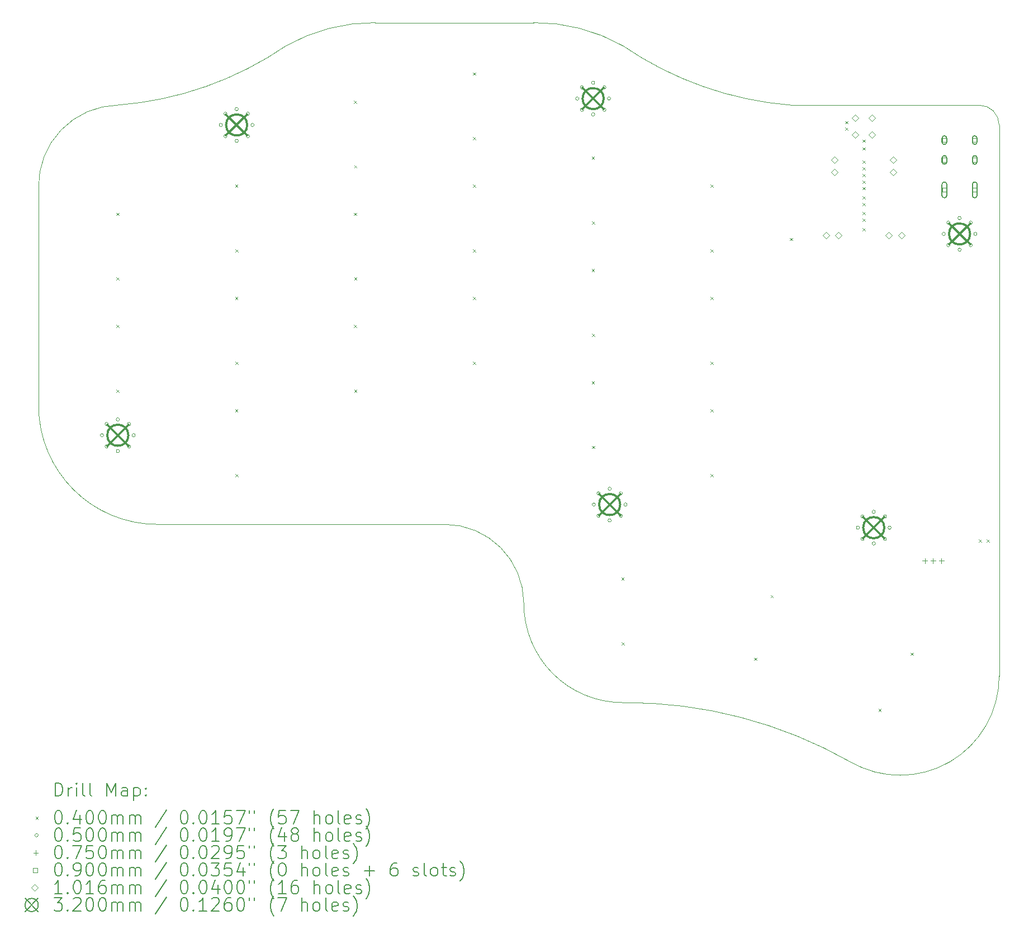
<source format=gbr>
%FSLAX45Y45*%
G04 Gerber Fmt 4.5, Leading zero omitted, Abs format (unit mm)*
G04 Created by KiCad (PCBNEW (6.0.5-0)) date 2023-02-07 22:56:01*
%MOMM*%
%LPD*%
G01*
G04 APERTURE LIST*
%TA.AperFunction,Profile*%
%ADD10C,0.100000*%
%TD*%
%ADD11C,0.200000*%
%ADD12C,0.040000*%
%ADD13C,0.050000*%
%ADD14C,0.075000*%
%ADD15C,0.090000*%
%ADD16C,0.101600*%
%ADD17C,0.320000*%
G04 APERTURE END LIST*
D10*
X7200002Y-4249998D02*
X9600002Y-4249998D01*
X3300002Y-5498957D02*
G75*
G03*
X5850002Y-4599998I-400047J5200944D01*
G01*
X7200002Y-4249998D02*
G75*
G03*
X5850002Y-4599998I-21892J-2694132D01*
G01*
X10950002Y-4599998D02*
G75*
G03*
X13500002Y-5499998I2954423J4308366D01*
G01*
X14400002Y-15449998D02*
G75*
G03*
X10950002Y-14549998I-3404422J-5987782D01*
G01*
X10950003Y-4599997D02*
G75*
G03*
X9600002Y-4249998I-1328113J-2344153D01*
G01*
X16650002Y-14149998D02*
X16650002Y-5799998D01*
X14400002Y-15449998D02*
G75*
G03*
X16650002Y-14149998I749444J1300001D01*
G01*
X3900002Y-11849998D02*
X8250002Y-11849998D01*
X9450002Y-13049998D02*
G75*
G03*
X10950002Y-14549998I1499998J-2D01*
G01*
X13500002Y-5499998D02*
X16350002Y-5499998D01*
X2100002Y-10049998D02*
G75*
G03*
X3900002Y-11849998I1800000J0D01*
G01*
X3300002Y-5498956D02*
G75*
G03*
X2100002Y-6749998I25521J-1225521D01*
G01*
X2100002Y-10049998D02*
X2100002Y-6749998D01*
X16650002Y-5799998D02*
G75*
G03*
X16350002Y-5499998I-300002J-2D01*
G01*
X9450002Y-13049998D02*
G75*
G03*
X8250002Y-11849998I-1200002J-2D01*
G01*
D11*
D12*
X3277500Y-7130000D02*
X3317500Y-7170000D01*
X3317500Y-7130000D02*
X3277500Y-7170000D01*
X3277500Y-8830000D02*
X3317500Y-8870000D01*
X3317500Y-8830000D02*
X3277500Y-8870000D01*
X3280000Y-8110000D02*
X3320000Y-8150000D01*
X3320000Y-8110000D02*
X3280000Y-8150000D01*
X3280000Y-9810000D02*
X3320000Y-9850000D01*
X3320000Y-9810000D02*
X3280000Y-9850000D01*
X5077500Y-6705000D02*
X5117500Y-6745000D01*
X5117500Y-6705000D02*
X5077500Y-6745000D01*
X5077500Y-8405000D02*
X5117500Y-8445000D01*
X5117500Y-8405000D02*
X5077500Y-8445000D01*
X5077500Y-10105000D02*
X5117500Y-10145000D01*
X5117500Y-10105000D02*
X5077500Y-10145000D01*
X5080000Y-7685000D02*
X5120000Y-7725000D01*
X5120000Y-7685000D02*
X5080000Y-7725000D01*
X5080000Y-9385000D02*
X5120000Y-9425000D01*
X5120000Y-9385000D02*
X5080000Y-9425000D01*
X5080000Y-11085000D02*
X5120000Y-11125000D01*
X5120000Y-11085000D02*
X5080000Y-11125000D01*
X6877500Y-5430000D02*
X6917500Y-5470000D01*
X6917500Y-5430000D02*
X6877500Y-5470000D01*
X6877500Y-7130000D02*
X6917500Y-7170000D01*
X6917500Y-7130000D02*
X6877500Y-7170000D01*
X6877500Y-8830000D02*
X6917500Y-8870000D01*
X6917500Y-8830000D02*
X6877500Y-8870000D01*
X6880000Y-6410000D02*
X6920000Y-6450000D01*
X6920000Y-6410000D02*
X6880000Y-6450000D01*
X6880000Y-8110000D02*
X6920000Y-8150000D01*
X6920000Y-8110000D02*
X6880000Y-8150000D01*
X6880000Y-9810000D02*
X6920000Y-9850000D01*
X6920000Y-9810000D02*
X6880000Y-9850000D01*
X8677500Y-5005000D02*
X8717500Y-5045000D01*
X8717500Y-5005000D02*
X8677500Y-5045000D01*
X8677500Y-6705000D02*
X8717500Y-6745000D01*
X8717500Y-6705000D02*
X8677500Y-6745000D01*
X8677500Y-8405000D02*
X8717500Y-8445000D01*
X8717500Y-8405000D02*
X8677500Y-8445000D01*
X8680000Y-5985000D02*
X8720000Y-6025000D01*
X8720000Y-5985000D02*
X8680000Y-6025000D01*
X8680000Y-7685000D02*
X8720000Y-7725000D01*
X8720000Y-7685000D02*
X8680000Y-7725000D01*
X8680000Y-9385000D02*
X8720000Y-9425000D01*
X8720000Y-9385000D02*
X8680000Y-9425000D01*
X10477500Y-6280000D02*
X10517500Y-6320000D01*
X10517500Y-6280000D02*
X10477500Y-6320000D01*
X10477500Y-7980000D02*
X10517500Y-8020000D01*
X10517500Y-7980000D02*
X10477500Y-8020000D01*
X10477500Y-9680000D02*
X10517500Y-9720000D01*
X10517500Y-9680000D02*
X10477500Y-9720000D01*
X10480000Y-7260000D02*
X10520000Y-7300000D01*
X10520000Y-7260000D02*
X10480000Y-7300000D01*
X10480000Y-8960000D02*
X10520000Y-9000000D01*
X10520000Y-8960000D02*
X10480000Y-9000000D01*
X10480000Y-10660000D02*
X10520000Y-10700000D01*
X10520000Y-10660000D02*
X10480000Y-10700000D01*
X10927500Y-12655000D02*
X10967500Y-12695000D01*
X10967500Y-12655000D02*
X10927500Y-12695000D01*
X10930000Y-13635000D02*
X10970000Y-13675000D01*
X10970000Y-13635000D02*
X10930000Y-13675000D01*
X12277500Y-6705000D02*
X12317500Y-6745000D01*
X12317500Y-6705000D02*
X12277500Y-6745000D01*
X12277500Y-8405000D02*
X12317500Y-8445000D01*
X12317500Y-8405000D02*
X12277500Y-8445000D01*
X12277500Y-10105000D02*
X12317500Y-10145000D01*
X12317500Y-10105000D02*
X12277500Y-10145000D01*
X12280000Y-7685000D02*
X12320000Y-7725000D01*
X12320000Y-7685000D02*
X12280000Y-7725000D01*
X12280000Y-9385000D02*
X12320000Y-9425000D01*
X12320000Y-9385000D02*
X12280000Y-9425000D01*
X12280000Y-11085000D02*
X12320000Y-11125000D01*
X12320000Y-11085000D02*
X12280000Y-11125000D01*
X12936161Y-13868094D02*
X12976161Y-13908094D01*
X12976161Y-13868094D02*
X12936161Y-13908094D01*
X13187389Y-12920840D02*
X13227389Y-12960840D01*
X13227389Y-12920840D02*
X13187389Y-12960840D01*
X13480000Y-7510000D02*
X13520000Y-7550000D01*
X13520000Y-7510000D02*
X13480000Y-7550000D01*
X14320000Y-5740000D02*
X14360000Y-5780000D01*
X14360000Y-5740000D02*
X14320000Y-5780000D01*
X14320000Y-5840000D02*
X14360000Y-5880000D01*
X14360000Y-5840000D02*
X14320000Y-5880000D01*
X14580000Y-6020000D02*
X14620000Y-6060000D01*
X14620000Y-6020000D02*
X14580000Y-6060000D01*
X14580000Y-6140000D02*
X14620000Y-6180000D01*
X14620000Y-6140000D02*
X14580000Y-6180000D01*
X14580000Y-6340000D02*
X14620000Y-6380000D01*
X14620000Y-6340000D02*
X14580000Y-6380000D01*
X14580000Y-6440000D02*
X14620000Y-6480000D01*
X14620000Y-6440000D02*
X14580000Y-6480000D01*
X14580000Y-6540000D02*
X14620000Y-6580000D01*
X14620000Y-6540000D02*
X14580000Y-6580000D01*
X14580000Y-6640000D02*
X14620000Y-6680000D01*
X14620000Y-6640000D02*
X14580000Y-6680000D01*
X14580000Y-6740000D02*
X14620000Y-6780000D01*
X14620000Y-6740000D02*
X14580000Y-6780000D01*
X14580000Y-6880000D02*
X14620000Y-6920000D01*
X14620000Y-6880000D02*
X14580000Y-6920000D01*
X14580000Y-6980000D02*
X14620000Y-7020000D01*
X14620000Y-6980000D02*
X14580000Y-7020000D01*
X14580000Y-7120000D02*
X14620000Y-7160000D01*
X14620000Y-7120000D02*
X14580000Y-7160000D01*
X14580000Y-7220000D02*
X14620000Y-7260000D01*
X14620000Y-7220000D02*
X14580000Y-7260000D01*
X14580000Y-7360000D02*
X14620000Y-7400000D01*
X14620000Y-7360000D02*
X14580000Y-7400000D01*
X14821458Y-14643481D02*
X14861458Y-14683481D01*
X14861458Y-14643481D02*
X14821458Y-14683481D01*
X15309293Y-13793526D02*
X15349293Y-13833526D01*
X15349293Y-13793526D02*
X15309293Y-13833526D01*
X16340000Y-12080000D02*
X16380000Y-12120000D01*
X16380000Y-12080000D02*
X16340000Y-12120000D01*
X16460000Y-12080000D02*
X16500000Y-12120000D01*
X16500000Y-12080000D02*
X16460000Y-12120000D01*
D13*
X3085000Y-10500000D02*
G75*
G03*
X3085000Y-10500000I-25000J0D01*
G01*
X3155294Y-10330294D02*
G75*
G03*
X3155294Y-10330294I-25000J0D01*
G01*
X3155294Y-10669706D02*
G75*
G03*
X3155294Y-10669706I-25000J0D01*
G01*
X3325000Y-10260000D02*
G75*
G03*
X3325000Y-10260000I-25000J0D01*
G01*
X3325000Y-10740000D02*
G75*
G03*
X3325000Y-10740000I-25000J0D01*
G01*
X3494706Y-10330294D02*
G75*
G03*
X3494706Y-10330294I-25000J0D01*
G01*
X3494706Y-10669706D02*
G75*
G03*
X3494706Y-10669706I-25000J0D01*
G01*
X3565000Y-10500000D02*
G75*
G03*
X3565000Y-10500000I-25000J0D01*
G01*
X4885000Y-5800000D02*
G75*
G03*
X4885000Y-5800000I-25000J0D01*
G01*
X4955294Y-5630294D02*
G75*
G03*
X4955294Y-5630294I-25000J0D01*
G01*
X4955294Y-5969706D02*
G75*
G03*
X4955294Y-5969706I-25000J0D01*
G01*
X5125000Y-5560000D02*
G75*
G03*
X5125000Y-5560000I-25000J0D01*
G01*
X5125000Y-6040000D02*
G75*
G03*
X5125000Y-6040000I-25000J0D01*
G01*
X5294706Y-5630294D02*
G75*
G03*
X5294706Y-5630294I-25000J0D01*
G01*
X5294706Y-5969706D02*
G75*
G03*
X5294706Y-5969706I-25000J0D01*
G01*
X5365000Y-5800000D02*
G75*
G03*
X5365000Y-5800000I-25000J0D01*
G01*
X10285000Y-5400000D02*
G75*
G03*
X10285000Y-5400000I-25000J0D01*
G01*
X10355294Y-5230294D02*
G75*
G03*
X10355294Y-5230294I-25000J0D01*
G01*
X10355294Y-5569706D02*
G75*
G03*
X10355294Y-5569706I-25000J0D01*
G01*
X10525000Y-5160000D02*
G75*
G03*
X10525000Y-5160000I-25000J0D01*
G01*
X10525000Y-5640000D02*
G75*
G03*
X10525000Y-5640000I-25000J0D01*
G01*
X10535000Y-11550000D02*
G75*
G03*
X10535000Y-11550000I-25000J0D01*
G01*
X10605294Y-11380294D02*
G75*
G03*
X10605294Y-11380294I-25000J0D01*
G01*
X10605294Y-11719706D02*
G75*
G03*
X10605294Y-11719706I-25000J0D01*
G01*
X10694706Y-5230294D02*
G75*
G03*
X10694706Y-5230294I-25000J0D01*
G01*
X10694706Y-5569706D02*
G75*
G03*
X10694706Y-5569706I-25000J0D01*
G01*
X10765000Y-5400000D02*
G75*
G03*
X10765000Y-5400000I-25000J0D01*
G01*
X10775000Y-11310000D02*
G75*
G03*
X10775000Y-11310000I-25000J0D01*
G01*
X10775000Y-11790000D02*
G75*
G03*
X10775000Y-11790000I-25000J0D01*
G01*
X10944706Y-11380294D02*
G75*
G03*
X10944706Y-11380294I-25000J0D01*
G01*
X10944706Y-11719706D02*
G75*
G03*
X10944706Y-11719706I-25000J0D01*
G01*
X11015000Y-11550000D02*
G75*
G03*
X11015000Y-11550000I-25000J0D01*
G01*
X14535000Y-11900000D02*
G75*
G03*
X14535000Y-11900000I-25000J0D01*
G01*
X14605294Y-11730294D02*
G75*
G03*
X14605294Y-11730294I-25000J0D01*
G01*
X14605294Y-12069706D02*
G75*
G03*
X14605294Y-12069706I-25000J0D01*
G01*
X14775000Y-11660000D02*
G75*
G03*
X14775000Y-11660000I-25000J0D01*
G01*
X14775000Y-12140000D02*
G75*
G03*
X14775000Y-12140000I-25000J0D01*
G01*
X14944706Y-11730294D02*
G75*
G03*
X14944706Y-11730294I-25000J0D01*
G01*
X14944706Y-12069706D02*
G75*
G03*
X14944706Y-12069706I-25000J0D01*
G01*
X15015000Y-11900000D02*
G75*
G03*
X15015000Y-11900000I-25000J0D01*
G01*
X15835000Y-7450000D02*
G75*
G03*
X15835000Y-7450000I-25000J0D01*
G01*
X15905294Y-7280294D02*
G75*
G03*
X15905294Y-7280294I-25000J0D01*
G01*
X15905294Y-7619706D02*
G75*
G03*
X15905294Y-7619706I-25000J0D01*
G01*
X16075000Y-7210000D02*
G75*
G03*
X16075000Y-7210000I-25000J0D01*
G01*
X16075000Y-7690000D02*
G75*
G03*
X16075000Y-7690000I-25000J0D01*
G01*
X16244706Y-7280294D02*
G75*
G03*
X16244706Y-7280294I-25000J0D01*
G01*
X16244706Y-7619706D02*
G75*
G03*
X16244706Y-7619706I-25000J0D01*
G01*
X16315000Y-7450000D02*
G75*
G03*
X16315000Y-7450000I-25000J0D01*
G01*
D14*
X15525000Y-12362500D02*
X15525000Y-12437500D01*
X15487500Y-12400000D02*
X15562500Y-12400000D01*
X15650000Y-12362500D02*
X15650000Y-12437500D01*
X15612500Y-12400000D02*
X15687500Y-12400000D01*
X15775000Y-12362500D02*
X15775000Y-12437500D01*
X15737500Y-12400000D02*
X15812500Y-12400000D01*
D15*
X15852320Y-6061070D02*
X15852320Y-5997430D01*
X15788680Y-5997430D01*
X15788680Y-6061070D01*
X15852320Y-6061070D01*
D11*
X15785500Y-5999250D02*
X15785500Y-6059250D01*
X15855500Y-5999250D02*
X15855500Y-6059250D01*
X15785500Y-6059250D02*
G75*
G03*
X15855500Y-6059250I35000J0D01*
G01*
X15855500Y-5999250D02*
G75*
G03*
X15785500Y-5999250I-35000J0D01*
G01*
D15*
X15852320Y-6361070D02*
X15852320Y-6297430D01*
X15788680Y-6297430D01*
X15788680Y-6361070D01*
X15852320Y-6361070D01*
D11*
X15785500Y-6299250D02*
X15785500Y-6359250D01*
X15855500Y-6299250D02*
X15855500Y-6359250D01*
X15785500Y-6359250D02*
G75*
G03*
X15855500Y-6359250I35000J0D01*
G01*
X15855500Y-6299250D02*
G75*
G03*
X15785500Y-6299250I-35000J0D01*
G01*
D15*
X15852320Y-6815070D02*
X15852320Y-6751430D01*
X15788680Y-6751430D01*
X15788680Y-6815070D01*
X15852320Y-6815070D01*
D11*
X15785500Y-6698250D02*
X15785500Y-6868250D01*
X15855500Y-6698250D02*
X15855500Y-6868250D01*
X15785500Y-6868250D02*
G75*
G03*
X15855500Y-6868250I35000J0D01*
G01*
X15855500Y-6698250D02*
G75*
G03*
X15785500Y-6698250I-35000J0D01*
G01*
D15*
X16312320Y-6061070D02*
X16312320Y-5997430D01*
X16248680Y-5997430D01*
X16248680Y-6061070D01*
X16312320Y-6061070D01*
D11*
X16245500Y-5999250D02*
X16245500Y-6059250D01*
X16315500Y-5999250D02*
X16315500Y-6059250D01*
X16245500Y-6059250D02*
G75*
G03*
X16315500Y-6059250I35000J0D01*
G01*
X16315500Y-5999250D02*
G75*
G03*
X16245500Y-5999250I-35000J0D01*
G01*
D15*
X16312320Y-6361070D02*
X16312320Y-6297430D01*
X16248680Y-6297430D01*
X16248680Y-6361070D01*
X16312320Y-6361070D01*
D11*
X16245500Y-6299250D02*
X16245500Y-6359250D01*
X16315500Y-6299250D02*
X16315500Y-6359250D01*
X16245500Y-6359250D02*
G75*
G03*
X16315500Y-6359250I35000J0D01*
G01*
X16315500Y-6299250D02*
G75*
G03*
X16245500Y-6299250I-35000J0D01*
G01*
D15*
X16312320Y-6815070D02*
X16312320Y-6751430D01*
X16248680Y-6751430D01*
X16248680Y-6815070D01*
X16312320Y-6815070D01*
D11*
X16245500Y-6698250D02*
X16245500Y-6868250D01*
X16315500Y-6698250D02*
X16315500Y-6868250D01*
X16245500Y-6868250D02*
G75*
G03*
X16315500Y-6868250I35000J0D01*
G01*
X16315500Y-6698250D02*
G75*
G03*
X16245500Y-6698250I-35000J0D01*
G01*
D16*
X14028500Y-7521600D02*
X14079300Y-7470800D01*
X14028500Y-7420000D01*
X13977700Y-7470800D01*
X14028500Y-7521600D01*
X14155500Y-6378600D02*
X14206300Y-6327800D01*
X14155500Y-6277000D01*
X14104700Y-6327800D01*
X14155500Y-6378600D01*
X14155500Y-6569100D02*
X14206300Y-6518300D01*
X14155500Y-6467500D01*
X14104700Y-6518300D01*
X14155500Y-6569100D01*
X14219000Y-7521600D02*
X14269800Y-7470800D01*
X14219000Y-7420000D01*
X14168200Y-7470800D01*
X14219000Y-7521600D01*
X14473000Y-5743600D02*
X14523800Y-5692800D01*
X14473000Y-5642000D01*
X14422200Y-5692800D01*
X14473000Y-5743600D01*
X14473000Y-5743600D02*
X14523800Y-5692800D01*
X14473000Y-5642000D01*
X14422200Y-5692800D01*
X14473000Y-5743600D01*
X14473000Y-5997600D02*
X14523800Y-5946800D01*
X14473000Y-5896000D01*
X14422200Y-5946800D01*
X14473000Y-5997600D01*
X14473000Y-5997600D02*
X14523800Y-5946800D01*
X14473000Y-5896000D01*
X14422200Y-5946800D01*
X14473000Y-5997600D01*
X14727000Y-5743600D02*
X14777800Y-5692800D01*
X14727000Y-5642000D01*
X14676200Y-5692800D01*
X14727000Y-5743600D01*
X14727000Y-5743600D02*
X14777800Y-5692800D01*
X14727000Y-5642000D01*
X14676200Y-5692800D01*
X14727000Y-5743600D01*
X14727000Y-5997600D02*
X14777800Y-5946800D01*
X14727000Y-5896000D01*
X14676200Y-5946800D01*
X14727000Y-5997600D01*
X14727000Y-5997600D02*
X14777800Y-5946800D01*
X14727000Y-5896000D01*
X14676200Y-5946800D01*
X14727000Y-5997600D01*
X14981000Y-7521600D02*
X15031800Y-7470800D01*
X14981000Y-7420000D01*
X14930200Y-7470800D01*
X14981000Y-7521600D01*
X15044500Y-6378600D02*
X15095300Y-6327800D01*
X15044500Y-6277000D01*
X14993700Y-6327800D01*
X15044500Y-6378600D01*
X15044500Y-6569100D02*
X15095300Y-6518300D01*
X15044500Y-6467500D01*
X14993700Y-6518300D01*
X15044500Y-6569100D01*
X15171500Y-7521600D02*
X15222300Y-7470800D01*
X15171500Y-7420000D01*
X15120700Y-7470800D01*
X15171500Y-7521600D01*
D17*
X3140000Y-10340000D02*
X3460000Y-10660000D01*
X3460000Y-10340000D02*
X3140000Y-10660000D01*
X3460000Y-10500000D02*
G75*
G03*
X3460000Y-10500000I-160000J0D01*
G01*
X4940000Y-5640000D02*
X5260000Y-5960000D01*
X5260000Y-5640000D02*
X4940000Y-5960000D01*
X5260000Y-5800000D02*
G75*
G03*
X5260000Y-5800000I-160000J0D01*
G01*
X10340000Y-5240000D02*
X10660000Y-5560000D01*
X10660000Y-5240000D02*
X10340000Y-5560000D01*
X10660000Y-5400000D02*
G75*
G03*
X10660000Y-5400000I-160000J0D01*
G01*
X10590000Y-11390000D02*
X10910000Y-11710000D01*
X10910000Y-11390000D02*
X10590000Y-11710000D01*
X10910000Y-11550000D02*
G75*
G03*
X10910000Y-11550000I-160000J0D01*
G01*
X14590000Y-11740000D02*
X14910000Y-12060000D01*
X14910000Y-11740000D02*
X14590000Y-12060000D01*
X14910000Y-11900000D02*
G75*
G03*
X14910000Y-11900000I-160000J0D01*
G01*
X14590000Y-11740000D02*
X14910000Y-12060000D01*
X14910000Y-11740000D02*
X14590000Y-12060000D01*
X14910000Y-11900000D02*
G75*
G03*
X14910000Y-11900000I-160000J0D01*
G01*
X15890000Y-7290000D02*
X16210000Y-7610000D01*
X16210000Y-7290000D02*
X15890000Y-7610000D01*
X16210000Y-7450000D02*
G75*
G03*
X16210000Y-7450000I-160000J0D01*
G01*
D11*
X2352356Y-15966029D02*
X2352356Y-15766029D01*
X2399975Y-15766029D01*
X2428546Y-15775553D01*
X2447594Y-15794601D01*
X2457117Y-15813648D01*
X2466641Y-15851744D01*
X2466641Y-15880315D01*
X2457117Y-15918410D01*
X2447594Y-15937458D01*
X2428546Y-15956505D01*
X2399975Y-15966029D01*
X2352356Y-15966029D01*
X2552356Y-15966029D02*
X2552356Y-15832696D01*
X2552356Y-15870791D02*
X2561879Y-15851744D01*
X2571403Y-15842220D01*
X2590451Y-15832696D01*
X2609498Y-15832696D01*
X2676165Y-15966029D02*
X2676165Y-15832696D01*
X2676165Y-15766029D02*
X2666641Y-15775553D01*
X2676165Y-15785077D01*
X2685689Y-15775553D01*
X2676165Y-15766029D01*
X2676165Y-15785077D01*
X2799974Y-15966029D02*
X2780927Y-15956505D01*
X2771403Y-15937458D01*
X2771403Y-15766029D01*
X2904736Y-15966029D02*
X2885689Y-15956505D01*
X2876165Y-15937458D01*
X2876165Y-15766029D01*
X3133308Y-15966029D02*
X3133308Y-15766029D01*
X3199974Y-15908886D01*
X3266641Y-15766029D01*
X3266641Y-15966029D01*
X3447594Y-15966029D02*
X3447594Y-15861267D01*
X3438070Y-15842220D01*
X3419022Y-15832696D01*
X3380927Y-15832696D01*
X3361879Y-15842220D01*
X3447594Y-15956505D02*
X3428546Y-15966029D01*
X3380927Y-15966029D01*
X3361879Y-15956505D01*
X3352355Y-15937458D01*
X3352355Y-15918410D01*
X3361879Y-15899363D01*
X3380927Y-15889839D01*
X3428546Y-15889839D01*
X3447594Y-15880315D01*
X3542832Y-15832696D02*
X3542832Y-16032696D01*
X3542832Y-15842220D02*
X3561879Y-15832696D01*
X3599974Y-15832696D01*
X3619022Y-15842220D01*
X3628546Y-15851744D01*
X3638070Y-15870791D01*
X3638070Y-15927934D01*
X3628546Y-15946982D01*
X3619022Y-15956505D01*
X3599974Y-15966029D01*
X3561879Y-15966029D01*
X3542832Y-15956505D01*
X3723784Y-15946982D02*
X3733308Y-15956505D01*
X3723784Y-15966029D01*
X3714260Y-15956505D01*
X3723784Y-15946982D01*
X3723784Y-15966029D01*
X3723784Y-15842220D02*
X3733308Y-15851744D01*
X3723784Y-15861267D01*
X3714260Y-15851744D01*
X3723784Y-15842220D01*
X3723784Y-15861267D01*
D12*
X2054736Y-16275553D02*
X2094736Y-16315553D01*
X2094736Y-16275553D02*
X2054736Y-16315553D01*
D11*
X2390451Y-16186029D02*
X2409498Y-16186029D01*
X2428546Y-16195553D01*
X2438070Y-16205077D01*
X2447594Y-16224125D01*
X2457117Y-16262220D01*
X2457117Y-16309839D01*
X2447594Y-16347934D01*
X2438070Y-16366982D01*
X2428546Y-16376505D01*
X2409498Y-16386029D01*
X2390451Y-16386029D01*
X2371403Y-16376505D01*
X2361879Y-16366982D01*
X2352356Y-16347934D01*
X2342832Y-16309839D01*
X2342832Y-16262220D01*
X2352356Y-16224125D01*
X2361879Y-16205077D01*
X2371403Y-16195553D01*
X2390451Y-16186029D01*
X2542832Y-16366982D02*
X2552356Y-16376505D01*
X2542832Y-16386029D01*
X2533308Y-16376505D01*
X2542832Y-16366982D01*
X2542832Y-16386029D01*
X2723784Y-16252696D02*
X2723784Y-16386029D01*
X2676165Y-16176505D02*
X2628546Y-16319363D01*
X2752356Y-16319363D01*
X2866641Y-16186029D02*
X2885689Y-16186029D01*
X2904736Y-16195553D01*
X2914260Y-16205077D01*
X2923784Y-16224125D01*
X2933308Y-16262220D01*
X2933308Y-16309839D01*
X2923784Y-16347934D01*
X2914260Y-16366982D01*
X2904736Y-16376505D01*
X2885689Y-16386029D01*
X2866641Y-16386029D01*
X2847594Y-16376505D01*
X2838070Y-16366982D01*
X2828546Y-16347934D01*
X2819022Y-16309839D01*
X2819022Y-16262220D01*
X2828546Y-16224125D01*
X2838070Y-16205077D01*
X2847594Y-16195553D01*
X2866641Y-16186029D01*
X3057117Y-16186029D02*
X3076165Y-16186029D01*
X3095213Y-16195553D01*
X3104736Y-16205077D01*
X3114260Y-16224125D01*
X3123784Y-16262220D01*
X3123784Y-16309839D01*
X3114260Y-16347934D01*
X3104736Y-16366982D01*
X3095213Y-16376505D01*
X3076165Y-16386029D01*
X3057117Y-16386029D01*
X3038070Y-16376505D01*
X3028546Y-16366982D01*
X3019022Y-16347934D01*
X3009498Y-16309839D01*
X3009498Y-16262220D01*
X3019022Y-16224125D01*
X3028546Y-16205077D01*
X3038070Y-16195553D01*
X3057117Y-16186029D01*
X3209498Y-16386029D02*
X3209498Y-16252696D01*
X3209498Y-16271744D02*
X3219022Y-16262220D01*
X3238070Y-16252696D01*
X3266641Y-16252696D01*
X3285689Y-16262220D01*
X3295213Y-16281267D01*
X3295213Y-16386029D01*
X3295213Y-16281267D02*
X3304736Y-16262220D01*
X3323784Y-16252696D01*
X3352355Y-16252696D01*
X3371403Y-16262220D01*
X3380927Y-16281267D01*
X3380927Y-16386029D01*
X3476165Y-16386029D02*
X3476165Y-16252696D01*
X3476165Y-16271744D02*
X3485689Y-16262220D01*
X3504736Y-16252696D01*
X3533308Y-16252696D01*
X3552355Y-16262220D01*
X3561879Y-16281267D01*
X3561879Y-16386029D01*
X3561879Y-16281267D02*
X3571403Y-16262220D01*
X3590451Y-16252696D01*
X3619022Y-16252696D01*
X3638070Y-16262220D01*
X3647594Y-16281267D01*
X3647594Y-16386029D01*
X4038070Y-16176505D02*
X3866641Y-16433648D01*
X4295213Y-16186029D02*
X4314260Y-16186029D01*
X4333308Y-16195553D01*
X4342832Y-16205077D01*
X4352356Y-16224125D01*
X4361879Y-16262220D01*
X4361879Y-16309839D01*
X4352356Y-16347934D01*
X4342832Y-16366982D01*
X4333308Y-16376505D01*
X4314260Y-16386029D01*
X4295213Y-16386029D01*
X4276165Y-16376505D01*
X4266641Y-16366982D01*
X4257117Y-16347934D01*
X4247594Y-16309839D01*
X4247594Y-16262220D01*
X4257117Y-16224125D01*
X4266641Y-16205077D01*
X4276165Y-16195553D01*
X4295213Y-16186029D01*
X4447594Y-16366982D02*
X4457117Y-16376505D01*
X4447594Y-16386029D01*
X4438070Y-16376505D01*
X4447594Y-16366982D01*
X4447594Y-16386029D01*
X4580927Y-16186029D02*
X4599975Y-16186029D01*
X4619022Y-16195553D01*
X4628546Y-16205077D01*
X4638070Y-16224125D01*
X4647594Y-16262220D01*
X4647594Y-16309839D01*
X4638070Y-16347934D01*
X4628546Y-16366982D01*
X4619022Y-16376505D01*
X4599975Y-16386029D01*
X4580927Y-16386029D01*
X4561879Y-16376505D01*
X4552356Y-16366982D01*
X4542832Y-16347934D01*
X4533308Y-16309839D01*
X4533308Y-16262220D01*
X4542832Y-16224125D01*
X4552356Y-16205077D01*
X4561879Y-16195553D01*
X4580927Y-16186029D01*
X4838070Y-16386029D02*
X4723784Y-16386029D01*
X4780927Y-16386029D02*
X4780927Y-16186029D01*
X4761879Y-16214601D01*
X4742832Y-16233648D01*
X4723784Y-16243172D01*
X5019022Y-16186029D02*
X4923784Y-16186029D01*
X4914260Y-16281267D01*
X4923784Y-16271744D01*
X4942832Y-16262220D01*
X4990451Y-16262220D01*
X5009498Y-16271744D01*
X5019022Y-16281267D01*
X5028546Y-16300315D01*
X5028546Y-16347934D01*
X5019022Y-16366982D01*
X5009498Y-16376505D01*
X4990451Y-16386029D01*
X4942832Y-16386029D01*
X4923784Y-16376505D01*
X4914260Y-16366982D01*
X5095213Y-16186029D02*
X5228546Y-16186029D01*
X5142832Y-16386029D01*
X5295213Y-16186029D02*
X5295213Y-16224125D01*
X5371403Y-16186029D02*
X5371403Y-16224125D01*
X5666641Y-16462220D02*
X5657117Y-16452696D01*
X5638070Y-16424125D01*
X5628546Y-16405077D01*
X5619022Y-16376505D01*
X5609498Y-16328886D01*
X5609498Y-16290791D01*
X5619022Y-16243172D01*
X5628546Y-16214601D01*
X5638070Y-16195553D01*
X5657117Y-16166982D01*
X5666641Y-16157458D01*
X5838070Y-16186029D02*
X5742832Y-16186029D01*
X5733308Y-16281267D01*
X5742832Y-16271744D01*
X5761879Y-16262220D01*
X5809498Y-16262220D01*
X5828546Y-16271744D01*
X5838070Y-16281267D01*
X5847594Y-16300315D01*
X5847594Y-16347934D01*
X5838070Y-16366982D01*
X5828546Y-16376505D01*
X5809498Y-16386029D01*
X5761879Y-16386029D01*
X5742832Y-16376505D01*
X5733308Y-16366982D01*
X5914260Y-16186029D02*
X6047594Y-16186029D01*
X5961879Y-16386029D01*
X6276165Y-16386029D02*
X6276165Y-16186029D01*
X6361879Y-16386029D02*
X6361879Y-16281267D01*
X6352355Y-16262220D01*
X6333308Y-16252696D01*
X6304736Y-16252696D01*
X6285689Y-16262220D01*
X6276165Y-16271744D01*
X6485689Y-16386029D02*
X6466641Y-16376505D01*
X6457117Y-16366982D01*
X6447594Y-16347934D01*
X6447594Y-16290791D01*
X6457117Y-16271744D01*
X6466641Y-16262220D01*
X6485689Y-16252696D01*
X6514260Y-16252696D01*
X6533308Y-16262220D01*
X6542832Y-16271744D01*
X6552355Y-16290791D01*
X6552355Y-16347934D01*
X6542832Y-16366982D01*
X6533308Y-16376505D01*
X6514260Y-16386029D01*
X6485689Y-16386029D01*
X6666641Y-16386029D02*
X6647594Y-16376505D01*
X6638070Y-16357458D01*
X6638070Y-16186029D01*
X6819022Y-16376505D02*
X6799974Y-16386029D01*
X6761879Y-16386029D01*
X6742832Y-16376505D01*
X6733308Y-16357458D01*
X6733308Y-16281267D01*
X6742832Y-16262220D01*
X6761879Y-16252696D01*
X6799974Y-16252696D01*
X6819022Y-16262220D01*
X6828546Y-16281267D01*
X6828546Y-16300315D01*
X6733308Y-16319363D01*
X6904736Y-16376505D02*
X6923784Y-16386029D01*
X6961879Y-16386029D01*
X6980927Y-16376505D01*
X6990451Y-16357458D01*
X6990451Y-16347934D01*
X6980927Y-16328886D01*
X6961879Y-16319363D01*
X6933308Y-16319363D01*
X6914260Y-16309839D01*
X6904736Y-16290791D01*
X6904736Y-16281267D01*
X6914260Y-16262220D01*
X6933308Y-16252696D01*
X6961879Y-16252696D01*
X6980927Y-16262220D01*
X7057117Y-16462220D02*
X7066641Y-16452696D01*
X7085689Y-16424125D01*
X7095213Y-16405077D01*
X7104736Y-16376505D01*
X7114260Y-16328886D01*
X7114260Y-16290791D01*
X7104736Y-16243172D01*
X7095213Y-16214601D01*
X7085689Y-16195553D01*
X7066641Y-16166982D01*
X7057117Y-16157458D01*
D13*
X2094736Y-16559553D02*
G75*
G03*
X2094736Y-16559553I-25000J0D01*
G01*
D11*
X2390451Y-16450029D02*
X2409498Y-16450029D01*
X2428546Y-16459553D01*
X2438070Y-16469077D01*
X2447594Y-16488125D01*
X2457117Y-16526220D01*
X2457117Y-16573839D01*
X2447594Y-16611934D01*
X2438070Y-16630982D01*
X2428546Y-16640505D01*
X2409498Y-16650029D01*
X2390451Y-16650029D01*
X2371403Y-16640505D01*
X2361879Y-16630982D01*
X2352356Y-16611934D01*
X2342832Y-16573839D01*
X2342832Y-16526220D01*
X2352356Y-16488125D01*
X2361879Y-16469077D01*
X2371403Y-16459553D01*
X2390451Y-16450029D01*
X2542832Y-16630982D02*
X2552356Y-16640505D01*
X2542832Y-16650029D01*
X2533308Y-16640505D01*
X2542832Y-16630982D01*
X2542832Y-16650029D01*
X2733308Y-16450029D02*
X2638070Y-16450029D01*
X2628546Y-16545267D01*
X2638070Y-16535744D01*
X2657117Y-16526220D01*
X2704737Y-16526220D01*
X2723784Y-16535744D01*
X2733308Y-16545267D01*
X2742832Y-16564315D01*
X2742832Y-16611934D01*
X2733308Y-16630982D01*
X2723784Y-16640505D01*
X2704737Y-16650029D01*
X2657117Y-16650029D01*
X2638070Y-16640505D01*
X2628546Y-16630982D01*
X2866641Y-16450029D02*
X2885689Y-16450029D01*
X2904736Y-16459553D01*
X2914260Y-16469077D01*
X2923784Y-16488125D01*
X2933308Y-16526220D01*
X2933308Y-16573839D01*
X2923784Y-16611934D01*
X2914260Y-16630982D01*
X2904736Y-16640505D01*
X2885689Y-16650029D01*
X2866641Y-16650029D01*
X2847594Y-16640505D01*
X2838070Y-16630982D01*
X2828546Y-16611934D01*
X2819022Y-16573839D01*
X2819022Y-16526220D01*
X2828546Y-16488125D01*
X2838070Y-16469077D01*
X2847594Y-16459553D01*
X2866641Y-16450029D01*
X3057117Y-16450029D02*
X3076165Y-16450029D01*
X3095213Y-16459553D01*
X3104736Y-16469077D01*
X3114260Y-16488125D01*
X3123784Y-16526220D01*
X3123784Y-16573839D01*
X3114260Y-16611934D01*
X3104736Y-16630982D01*
X3095213Y-16640505D01*
X3076165Y-16650029D01*
X3057117Y-16650029D01*
X3038070Y-16640505D01*
X3028546Y-16630982D01*
X3019022Y-16611934D01*
X3009498Y-16573839D01*
X3009498Y-16526220D01*
X3019022Y-16488125D01*
X3028546Y-16469077D01*
X3038070Y-16459553D01*
X3057117Y-16450029D01*
X3209498Y-16650029D02*
X3209498Y-16516696D01*
X3209498Y-16535744D02*
X3219022Y-16526220D01*
X3238070Y-16516696D01*
X3266641Y-16516696D01*
X3285689Y-16526220D01*
X3295213Y-16545267D01*
X3295213Y-16650029D01*
X3295213Y-16545267D02*
X3304736Y-16526220D01*
X3323784Y-16516696D01*
X3352355Y-16516696D01*
X3371403Y-16526220D01*
X3380927Y-16545267D01*
X3380927Y-16650029D01*
X3476165Y-16650029D02*
X3476165Y-16516696D01*
X3476165Y-16535744D02*
X3485689Y-16526220D01*
X3504736Y-16516696D01*
X3533308Y-16516696D01*
X3552355Y-16526220D01*
X3561879Y-16545267D01*
X3561879Y-16650029D01*
X3561879Y-16545267D02*
X3571403Y-16526220D01*
X3590451Y-16516696D01*
X3619022Y-16516696D01*
X3638070Y-16526220D01*
X3647594Y-16545267D01*
X3647594Y-16650029D01*
X4038070Y-16440505D02*
X3866641Y-16697648D01*
X4295213Y-16450029D02*
X4314260Y-16450029D01*
X4333308Y-16459553D01*
X4342832Y-16469077D01*
X4352356Y-16488125D01*
X4361879Y-16526220D01*
X4361879Y-16573839D01*
X4352356Y-16611934D01*
X4342832Y-16630982D01*
X4333308Y-16640505D01*
X4314260Y-16650029D01*
X4295213Y-16650029D01*
X4276165Y-16640505D01*
X4266641Y-16630982D01*
X4257117Y-16611934D01*
X4247594Y-16573839D01*
X4247594Y-16526220D01*
X4257117Y-16488125D01*
X4266641Y-16469077D01*
X4276165Y-16459553D01*
X4295213Y-16450029D01*
X4447594Y-16630982D02*
X4457117Y-16640505D01*
X4447594Y-16650029D01*
X4438070Y-16640505D01*
X4447594Y-16630982D01*
X4447594Y-16650029D01*
X4580927Y-16450029D02*
X4599975Y-16450029D01*
X4619022Y-16459553D01*
X4628546Y-16469077D01*
X4638070Y-16488125D01*
X4647594Y-16526220D01*
X4647594Y-16573839D01*
X4638070Y-16611934D01*
X4628546Y-16630982D01*
X4619022Y-16640505D01*
X4599975Y-16650029D01*
X4580927Y-16650029D01*
X4561879Y-16640505D01*
X4552356Y-16630982D01*
X4542832Y-16611934D01*
X4533308Y-16573839D01*
X4533308Y-16526220D01*
X4542832Y-16488125D01*
X4552356Y-16469077D01*
X4561879Y-16459553D01*
X4580927Y-16450029D01*
X4838070Y-16650029D02*
X4723784Y-16650029D01*
X4780927Y-16650029D02*
X4780927Y-16450029D01*
X4761879Y-16478601D01*
X4742832Y-16497648D01*
X4723784Y-16507172D01*
X4933308Y-16650029D02*
X4971403Y-16650029D01*
X4990451Y-16640505D01*
X4999975Y-16630982D01*
X5019022Y-16602410D01*
X5028546Y-16564315D01*
X5028546Y-16488125D01*
X5019022Y-16469077D01*
X5009498Y-16459553D01*
X4990451Y-16450029D01*
X4952356Y-16450029D01*
X4933308Y-16459553D01*
X4923784Y-16469077D01*
X4914260Y-16488125D01*
X4914260Y-16535744D01*
X4923784Y-16554791D01*
X4933308Y-16564315D01*
X4952356Y-16573839D01*
X4990451Y-16573839D01*
X5009498Y-16564315D01*
X5019022Y-16554791D01*
X5028546Y-16535744D01*
X5095213Y-16450029D02*
X5228546Y-16450029D01*
X5142832Y-16650029D01*
X5295213Y-16450029D02*
X5295213Y-16488125D01*
X5371403Y-16450029D02*
X5371403Y-16488125D01*
X5666641Y-16726220D02*
X5657117Y-16716696D01*
X5638070Y-16688125D01*
X5628546Y-16669077D01*
X5619022Y-16640505D01*
X5609498Y-16592886D01*
X5609498Y-16554791D01*
X5619022Y-16507172D01*
X5628546Y-16478601D01*
X5638070Y-16459553D01*
X5657117Y-16430982D01*
X5666641Y-16421458D01*
X5828546Y-16516696D02*
X5828546Y-16650029D01*
X5780927Y-16440505D02*
X5733308Y-16583363D01*
X5857117Y-16583363D01*
X5961879Y-16535744D02*
X5942832Y-16526220D01*
X5933308Y-16516696D01*
X5923784Y-16497648D01*
X5923784Y-16488125D01*
X5933308Y-16469077D01*
X5942832Y-16459553D01*
X5961879Y-16450029D01*
X5999974Y-16450029D01*
X6019022Y-16459553D01*
X6028546Y-16469077D01*
X6038070Y-16488125D01*
X6038070Y-16497648D01*
X6028546Y-16516696D01*
X6019022Y-16526220D01*
X5999974Y-16535744D01*
X5961879Y-16535744D01*
X5942832Y-16545267D01*
X5933308Y-16554791D01*
X5923784Y-16573839D01*
X5923784Y-16611934D01*
X5933308Y-16630982D01*
X5942832Y-16640505D01*
X5961879Y-16650029D01*
X5999974Y-16650029D01*
X6019022Y-16640505D01*
X6028546Y-16630982D01*
X6038070Y-16611934D01*
X6038070Y-16573839D01*
X6028546Y-16554791D01*
X6019022Y-16545267D01*
X5999974Y-16535744D01*
X6276165Y-16650029D02*
X6276165Y-16450029D01*
X6361879Y-16650029D02*
X6361879Y-16545267D01*
X6352355Y-16526220D01*
X6333308Y-16516696D01*
X6304736Y-16516696D01*
X6285689Y-16526220D01*
X6276165Y-16535744D01*
X6485689Y-16650029D02*
X6466641Y-16640505D01*
X6457117Y-16630982D01*
X6447594Y-16611934D01*
X6447594Y-16554791D01*
X6457117Y-16535744D01*
X6466641Y-16526220D01*
X6485689Y-16516696D01*
X6514260Y-16516696D01*
X6533308Y-16526220D01*
X6542832Y-16535744D01*
X6552355Y-16554791D01*
X6552355Y-16611934D01*
X6542832Y-16630982D01*
X6533308Y-16640505D01*
X6514260Y-16650029D01*
X6485689Y-16650029D01*
X6666641Y-16650029D02*
X6647594Y-16640505D01*
X6638070Y-16621458D01*
X6638070Y-16450029D01*
X6819022Y-16640505D02*
X6799974Y-16650029D01*
X6761879Y-16650029D01*
X6742832Y-16640505D01*
X6733308Y-16621458D01*
X6733308Y-16545267D01*
X6742832Y-16526220D01*
X6761879Y-16516696D01*
X6799974Y-16516696D01*
X6819022Y-16526220D01*
X6828546Y-16545267D01*
X6828546Y-16564315D01*
X6733308Y-16583363D01*
X6904736Y-16640505D02*
X6923784Y-16650029D01*
X6961879Y-16650029D01*
X6980927Y-16640505D01*
X6990451Y-16621458D01*
X6990451Y-16611934D01*
X6980927Y-16592886D01*
X6961879Y-16583363D01*
X6933308Y-16583363D01*
X6914260Y-16573839D01*
X6904736Y-16554791D01*
X6904736Y-16545267D01*
X6914260Y-16526220D01*
X6933308Y-16516696D01*
X6961879Y-16516696D01*
X6980927Y-16526220D01*
X7057117Y-16726220D02*
X7066641Y-16716696D01*
X7085689Y-16688125D01*
X7095213Y-16669077D01*
X7104736Y-16640505D01*
X7114260Y-16592886D01*
X7114260Y-16554791D01*
X7104736Y-16507172D01*
X7095213Y-16478601D01*
X7085689Y-16459553D01*
X7066641Y-16430982D01*
X7057117Y-16421458D01*
D14*
X2057236Y-16786053D02*
X2057236Y-16861053D01*
X2019736Y-16823553D02*
X2094736Y-16823553D01*
D11*
X2390451Y-16714029D02*
X2409498Y-16714029D01*
X2428546Y-16723553D01*
X2438070Y-16733077D01*
X2447594Y-16752125D01*
X2457117Y-16790220D01*
X2457117Y-16837839D01*
X2447594Y-16875934D01*
X2438070Y-16894982D01*
X2428546Y-16904506D01*
X2409498Y-16914029D01*
X2390451Y-16914029D01*
X2371403Y-16904506D01*
X2361879Y-16894982D01*
X2352356Y-16875934D01*
X2342832Y-16837839D01*
X2342832Y-16790220D01*
X2352356Y-16752125D01*
X2361879Y-16733077D01*
X2371403Y-16723553D01*
X2390451Y-16714029D01*
X2542832Y-16894982D02*
X2552356Y-16904506D01*
X2542832Y-16914029D01*
X2533308Y-16904506D01*
X2542832Y-16894982D01*
X2542832Y-16914029D01*
X2619022Y-16714029D02*
X2752356Y-16714029D01*
X2666641Y-16914029D01*
X2923784Y-16714029D02*
X2828546Y-16714029D01*
X2819022Y-16809267D01*
X2828546Y-16799744D01*
X2847594Y-16790220D01*
X2895213Y-16790220D01*
X2914260Y-16799744D01*
X2923784Y-16809267D01*
X2933308Y-16828315D01*
X2933308Y-16875934D01*
X2923784Y-16894982D01*
X2914260Y-16904506D01*
X2895213Y-16914029D01*
X2847594Y-16914029D01*
X2828546Y-16904506D01*
X2819022Y-16894982D01*
X3057117Y-16714029D02*
X3076165Y-16714029D01*
X3095213Y-16723553D01*
X3104736Y-16733077D01*
X3114260Y-16752125D01*
X3123784Y-16790220D01*
X3123784Y-16837839D01*
X3114260Y-16875934D01*
X3104736Y-16894982D01*
X3095213Y-16904506D01*
X3076165Y-16914029D01*
X3057117Y-16914029D01*
X3038070Y-16904506D01*
X3028546Y-16894982D01*
X3019022Y-16875934D01*
X3009498Y-16837839D01*
X3009498Y-16790220D01*
X3019022Y-16752125D01*
X3028546Y-16733077D01*
X3038070Y-16723553D01*
X3057117Y-16714029D01*
X3209498Y-16914029D02*
X3209498Y-16780696D01*
X3209498Y-16799744D02*
X3219022Y-16790220D01*
X3238070Y-16780696D01*
X3266641Y-16780696D01*
X3285689Y-16790220D01*
X3295213Y-16809267D01*
X3295213Y-16914029D01*
X3295213Y-16809267D02*
X3304736Y-16790220D01*
X3323784Y-16780696D01*
X3352355Y-16780696D01*
X3371403Y-16790220D01*
X3380927Y-16809267D01*
X3380927Y-16914029D01*
X3476165Y-16914029D02*
X3476165Y-16780696D01*
X3476165Y-16799744D02*
X3485689Y-16790220D01*
X3504736Y-16780696D01*
X3533308Y-16780696D01*
X3552355Y-16790220D01*
X3561879Y-16809267D01*
X3561879Y-16914029D01*
X3561879Y-16809267D02*
X3571403Y-16790220D01*
X3590451Y-16780696D01*
X3619022Y-16780696D01*
X3638070Y-16790220D01*
X3647594Y-16809267D01*
X3647594Y-16914029D01*
X4038070Y-16704505D02*
X3866641Y-16961648D01*
X4295213Y-16714029D02*
X4314260Y-16714029D01*
X4333308Y-16723553D01*
X4342832Y-16733077D01*
X4352356Y-16752125D01*
X4361879Y-16790220D01*
X4361879Y-16837839D01*
X4352356Y-16875934D01*
X4342832Y-16894982D01*
X4333308Y-16904506D01*
X4314260Y-16914029D01*
X4295213Y-16914029D01*
X4276165Y-16904506D01*
X4266641Y-16894982D01*
X4257117Y-16875934D01*
X4247594Y-16837839D01*
X4247594Y-16790220D01*
X4257117Y-16752125D01*
X4266641Y-16733077D01*
X4276165Y-16723553D01*
X4295213Y-16714029D01*
X4447594Y-16894982D02*
X4457117Y-16904506D01*
X4447594Y-16914029D01*
X4438070Y-16904506D01*
X4447594Y-16894982D01*
X4447594Y-16914029D01*
X4580927Y-16714029D02*
X4599975Y-16714029D01*
X4619022Y-16723553D01*
X4628546Y-16733077D01*
X4638070Y-16752125D01*
X4647594Y-16790220D01*
X4647594Y-16837839D01*
X4638070Y-16875934D01*
X4628546Y-16894982D01*
X4619022Y-16904506D01*
X4599975Y-16914029D01*
X4580927Y-16914029D01*
X4561879Y-16904506D01*
X4552356Y-16894982D01*
X4542832Y-16875934D01*
X4533308Y-16837839D01*
X4533308Y-16790220D01*
X4542832Y-16752125D01*
X4552356Y-16733077D01*
X4561879Y-16723553D01*
X4580927Y-16714029D01*
X4723784Y-16733077D02*
X4733308Y-16723553D01*
X4752356Y-16714029D01*
X4799975Y-16714029D01*
X4819022Y-16723553D01*
X4828546Y-16733077D01*
X4838070Y-16752125D01*
X4838070Y-16771172D01*
X4828546Y-16799744D01*
X4714260Y-16914029D01*
X4838070Y-16914029D01*
X4933308Y-16914029D02*
X4971403Y-16914029D01*
X4990451Y-16904506D01*
X4999975Y-16894982D01*
X5019022Y-16866410D01*
X5028546Y-16828315D01*
X5028546Y-16752125D01*
X5019022Y-16733077D01*
X5009498Y-16723553D01*
X4990451Y-16714029D01*
X4952356Y-16714029D01*
X4933308Y-16723553D01*
X4923784Y-16733077D01*
X4914260Y-16752125D01*
X4914260Y-16799744D01*
X4923784Y-16818791D01*
X4933308Y-16828315D01*
X4952356Y-16837839D01*
X4990451Y-16837839D01*
X5009498Y-16828315D01*
X5019022Y-16818791D01*
X5028546Y-16799744D01*
X5209498Y-16714029D02*
X5114260Y-16714029D01*
X5104736Y-16809267D01*
X5114260Y-16799744D01*
X5133308Y-16790220D01*
X5180927Y-16790220D01*
X5199975Y-16799744D01*
X5209498Y-16809267D01*
X5219022Y-16828315D01*
X5219022Y-16875934D01*
X5209498Y-16894982D01*
X5199975Y-16904506D01*
X5180927Y-16914029D01*
X5133308Y-16914029D01*
X5114260Y-16904506D01*
X5104736Y-16894982D01*
X5295213Y-16714029D02*
X5295213Y-16752125D01*
X5371403Y-16714029D02*
X5371403Y-16752125D01*
X5666641Y-16990220D02*
X5657117Y-16980696D01*
X5638070Y-16952125D01*
X5628546Y-16933077D01*
X5619022Y-16904506D01*
X5609498Y-16856887D01*
X5609498Y-16818791D01*
X5619022Y-16771172D01*
X5628546Y-16742601D01*
X5638070Y-16723553D01*
X5657117Y-16694982D01*
X5666641Y-16685458D01*
X5723784Y-16714029D02*
X5847594Y-16714029D01*
X5780927Y-16790220D01*
X5809498Y-16790220D01*
X5828546Y-16799744D01*
X5838070Y-16809267D01*
X5847594Y-16828315D01*
X5847594Y-16875934D01*
X5838070Y-16894982D01*
X5828546Y-16904506D01*
X5809498Y-16914029D01*
X5752355Y-16914029D01*
X5733308Y-16904506D01*
X5723784Y-16894982D01*
X6085689Y-16914029D02*
X6085689Y-16714029D01*
X6171403Y-16914029D02*
X6171403Y-16809267D01*
X6161879Y-16790220D01*
X6142832Y-16780696D01*
X6114260Y-16780696D01*
X6095213Y-16790220D01*
X6085689Y-16799744D01*
X6295213Y-16914029D02*
X6276165Y-16904506D01*
X6266641Y-16894982D01*
X6257117Y-16875934D01*
X6257117Y-16818791D01*
X6266641Y-16799744D01*
X6276165Y-16790220D01*
X6295213Y-16780696D01*
X6323784Y-16780696D01*
X6342832Y-16790220D01*
X6352355Y-16799744D01*
X6361879Y-16818791D01*
X6361879Y-16875934D01*
X6352355Y-16894982D01*
X6342832Y-16904506D01*
X6323784Y-16914029D01*
X6295213Y-16914029D01*
X6476165Y-16914029D02*
X6457117Y-16904506D01*
X6447594Y-16885458D01*
X6447594Y-16714029D01*
X6628546Y-16904506D02*
X6609498Y-16914029D01*
X6571403Y-16914029D01*
X6552355Y-16904506D01*
X6542832Y-16885458D01*
X6542832Y-16809267D01*
X6552355Y-16790220D01*
X6571403Y-16780696D01*
X6609498Y-16780696D01*
X6628546Y-16790220D01*
X6638070Y-16809267D01*
X6638070Y-16828315D01*
X6542832Y-16847363D01*
X6714260Y-16904506D02*
X6733308Y-16914029D01*
X6771403Y-16914029D01*
X6790451Y-16904506D01*
X6799974Y-16885458D01*
X6799974Y-16875934D01*
X6790451Y-16856887D01*
X6771403Y-16847363D01*
X6742832Y-16847363D01*
X6723784Y-16837839D01*
X6714260Y-16818791D01*
X6714260Y-16809267D01*
X6723784Y-16790220D01*
X6742832Y-16780696D01*
X6771403Y-16780696D01*
X6790451Y-16790220D01*
X6866641Y-16990220D02*
X6876165Y-16980696D01*
X6895213Y-16952125D01*
X6904736Y-16933077D01*
X6914260Y-16904506D01*
X6923784Y-16856887D01*
X6923784Y-16818791D01*
X6914260Y-16771172D01*
X6904736Y-16742601D01*
X6895213Y-16723553D01*
X6876165Y-16694982D01*
X6866641Y-16685458D01*
D15*
X2081557Y-17119373D02*
X2081557Y-17055733D01*
X2017916Y-17055733D01*
X2017916Y-17119373D01*
X2081557Y-17119373D01*
D11*
X2390451Y-16978029D02*
X2409498Y-16978029D01*
X2428546Y-16987553D01*
X2438070Y-16997077D01*
X2447594Y-17016125D01*
X2457117Y-17054220D01*
X2457117Y-17101839D01*
X2447594Y-17139934D01*
X2438070Y-17158982D01*
X2428546Y-17168506D01*
X2409498Y-17178029D01*
X2390451Y-17178029D01*
X2371403Y-17168506D01*
X2361879Y-17158982D01*
X2352356Y-17139934D01*
X2342832Y-17101839D01*
X2342832Y-17054220D01*
X2352356Y-17016125D01*
X2361879Y-16997077D01*
X2371403Y-16987553D01*
X2390451Y-16978029D01*
X2542832Y-17158982D02*
X2552356Y-17168506D01*
X2542832Y-17178029D01*
X2533308Y-17168506D01*
X2542832Y-17158982D01*
X2542832Y-17178029D01*
X2647594Y-17178029D02*
X2685689Y-17178029D01*
X2704737Y-17168506D01*
X2714260Y-17158982D01*
X2733308Y-17130410D01*
X2742832Y-17092315D01*
X2742832Y-17016125D01*
X2733308Y-16997077D01*
X2723784Y-16987553D01*
X2704737Y-16978029D01*
X2666641Y-16978029D01*
X2647594Y-16987553D01*
X2638070Y-16997077D01*
X2628546Y-17016125D01*
X2628546Y-17063744D01*
X2638070Y-17082791D01*
X2647594Y-17092315D01*
X2666641Y-17101839D01*
X2704737Y-17101839D01*
X2723784Y-17092315D01*
X2733308Y-17082791D01*
X2742832Y-17063744D01*
X2866641Y-16978029D02*
X2885689Y-16978029D01*
X2904736Y-16987553D01*
X2914260Y-16997077D01*
X2923784Y-17016125D01*
X2933308Y-17054220D01*
X2933308Y-17101839D01*
X2923784Y-17139934D01*
X2914260Y-17158982D01*
X2904736Y-17168506D01*
X2885689Y-17178029D01*
X2866641Y-17178029D01*
X2847594Y-17168506D01*
X2838070Y-17158982D01*
X2828546Y-17139934D01*
X2819022Y-17101839D01*
X2819022Y-17054220D01*
X2828546Y-17016125D01*
X2838070Y-16997077D01*
X2847594Y-16987553D01*
X2866641Y-16978029D01*
X3057117Y-16978029D02*
X3076165Y-16978029D01*
X3095213Y-16987553D01*
X3104736Y-16997077D01*
X3114260Y-17016125D01*
X3123784Y-17054220D01*
X3123784Y-17101839D01*
X3114260Y-17139934D01*
X3104736Y-17158982D01*
X3095213Y-17168506D01*
X3076165Y-17178029D01*
X3057117Y-17178029D01*
X3038070Y-17168506D01*
X3028546Y-17158982D01*
X3019022Y-17139934D01*
X3009498Y-17101839D01*
X3009498Y-17054220D01*
X3019022Y-17016125D01*
X3028546Y-16997077D01*
X3038070Y-16987553D01*
X3057117Y-16978029D01*
X3209498Y-17178029D02*
X3209498Y-17044696D01*
X3209498Y-17063744D02*
X3219022Y-17054220D01*
X3238070Y-17044696D01*
X3266641Y-17044696D01*
X3285689Y-17054220D01*
X3295213Y-17073267D01*
X3295213Y-17178029D01*
X3295213Y-17073267D02*
X3304736Y-17054220D01*
X3323784Y-17044696D01*
X3352355Y-17044696D01*
X3371403Y-17054220D01*
X3380927Y-17073267D01*
X3380927Y-17178029D01*
X3476165Y-17178029D02*
X3476165Y-17044696D01*
X3476165Y-17063744D02*
X3485689Y-17054220D01*
X3504736Y-17044696D01*
X3533308Y-17044696D01*
X3552355Y-17054220D01*
X3561879Y-17073267D01*
X3561879Y-17178029D01*
X3561879Y-17073267D02*
X3571403Y-17054220D01*
X3590451Y-17044696D01*
X3619022Y-17044696D01*
X3638070Y-17054220D01*
X3647594Y-17073267D01*
X3647594Y-17178029D01*
X4038070Y-16968506D02*
X3866641Y-17225648D01*
X4295213Y-16978029D02*
X4314260Y-16978029D01*
X4333308Y-16987553D01*
X4342832Y-16997077D01*
X4352356Y-17016125D01*
X4361879Y-17054220D01*
X4361879Y-17101839D01*
X4352356Y-17139934D01*
X4342832Y-17158982D01*
X4333308Y-17168506D01*
X4314260Y-17178029D01*
X4295213Y-17178029D01*
X4276165Y-17168506D01*
X4266641Y-17158982D01*
X4257117Y-17139934D01*
X4247594Y-17101839D01*
X4247594Y-17054220D01*
X4257117Y-17016125D01*
X4266641Y-16997077D01*
X4276165Y-16987553D01*
X4295213Y-16978029D01*
X4447594Y-17158982D02*
X4457117Y-17168506D01*
X4447594Y-17178029D01*
X4438070Y-17168506D01*
X4447594Y-17158982D01*
X4447594Y-17178029D01*
X4580927Y-16978029D02*
X4599975Y-16978029D01*
X4619022Y-16987553D01*
X4628546Y-16997077D01*
X4638070Y-17016125D01*
X4647594Y-17054220D01*
X4647594Y-17101839D01*
X4638070Y-17139934D01*
X4628546Y-17158982D01*
X4619022Y-17168506D01*
X4599975Y-17178029D01*
X4580927Y-17178029D01*
X4561879Y-17168506D01*
X4552356Y-17158982D01*
X4542832Y-17139934D01*
X4533308Y-17101839D01*
X4533308Y-17054220D01*
X4542832Y-17016125D01*
X4552356Y-16997077D01*
X4561879Y-16987553D01*
X4580927Y-16978029D01*
X4714260Y-16978029D02*
X4838070Y-16978029D01*
X4771403Y-17054220D01*
X4799975Y-17054220D01*
X4819022Y-17063744D01*
X4828546Y-17073267D01*
X4838070Y-17092315D01*
X4838070Y-17139934D01*
X4828546Y-17158982D01*
X4819022Y-17168506D01*
X4799975Y-17178029D01*
X4742832Y-17178029D01*
X4723784Y-17168506D01*
X4714260Y-17158982D01*
X5019022Y-16978029D02*
X4923784Y-16978029D01*
X4914260Y-17073267D01*
X4923784Y-17063744D01*
X4942832Y-17054220D01*
X4990451Y-17054220D01*
X5009498Y-17063744D01*
X5019022Y-17073267D01*
X5028546Y-17092315D01*
X5028546Y-17139934D01*
X5019022Y-17158982D01*
X5009498Y-17168506D01*
X4990451Y-17178029D01*
X4942832Y-17178029D01*
X4923784Y-17168506D01*
X4914260Y-17158982D01*
X5199975Y-17044696D02*
X5199975Y-17178029D01*
X5152356Y-16968506D02*
X5104736Y-17111363D01*
X5228546Y-17111363D01*
X5295213Y-16978029D02*
X5295213Y-17016125D01*
X5371403Y-16978029D02*
X5371403Y-17016125D01*
X5666641Y-17254220D02*
X5657117Y-17244696D01*
X5638070Y-17216125D01*
X5628546Y-17197077D01*
X5619022Y-17168506D01*
X5609498Y-17120887D01*
X5609498Y-17082791D01*
X5619022Y-17035172D01*
X5628546Y-17006601D01*
X5638070Y-16987553D01*
X5657117Y-16958982D01*
X5666641Y-16949458D01*
X5780927Y-16978029D02*
X5799974Y-16978029D01*
X5819022Y-16987553D01*
X5828546Y-16997077D01*
X5838070Y-17016125D01*
X5847594Y-17054220D01*
X5847594Y-17101839D01*
X5838070Y-17139934D01*
X5828546Y-17158982D01*
X5819022Y-17168506D01*
X5799974Y-17178029D01*
X5780927Y-17178029D01*
X5761879Y-17168506D01*
X5752355Y-17158982D01*
X5742832Y-17139934D01*
X5733308Y-17101839D01*
X5733308Y-17054220D01*
X5742832Y-17016125D01*
X5752355Y-16997077D01*
X5761879Y-16987553D01*
X5780927Y-16978029D01*
X6085689Y-17178029D02*
X6085689Y-16978029D01*
X6171403Y-17178029D02*
X6171403Y-17073267D01*
X6161879Y-17054220D01*
X6142832Y-17044696D01*
X6114260Y-17044696D01*
X6095213Y-17054220D01*
X6085689Y-17063744D01*
X6295213Y-17178029D02*
X6276165Y-17168506D01*
X6266641Y-17158982D01*
X6257117Y-17139934D01*
X6257117Y-17082791D01*
X6266641Y-17063744D01*
X6276165Y-17054220D01*
X6295213Y-17044696D01*
X6323784Y-17044696D01*
X6342832Y-17054220D01*
X6352355Y-17063744D01*
X6361879Y-17082791D01*
X6361879Y-17139934D01*
X6352355Y-17158982D01*
X6342832Y-17168506D01*
X6323784Y-17178029D01*
X6295213Y-17178029D01*
X6476165Y-17178029D02*
X6457117Y-17168506D01*
X6447594Y-17149458D01*
X6447594Y-16978029D01*
X6628546Y-17168506D02*
X6609498Y-17178029D01*
X6571403Y-17178029D01*
X6552355Y-17168506D01*
X6542832Y-17149458D01*
X6542832Y-17073267D01*
X6552355Y-17054220D01*
X6571403Y-17044696D01*
X6609498Y-17044696D01*
X6628546Y-17054220D01*
X6638070Y-17073267D01*
X6638070Y-17092315D01*
X6542832Y-17111363D01*
X6714260Y-17168506D02*
X6733308Y-17178029D01*
X6771403Y-17178029D01*
X6790451Y-17168506D01*
X6799974Y-17149458D01*
X6799974Y-17139934D01*
X6790451Y-17120887D01*
X6771403Y-17111363D01*
X6742832Y-17111363D01*
X6723784Y-17101839D01*
X6714260Y-17082791D01*
X6714260Y-17073267D01*
X6723784Y-17054220D01*
X6742832Y-17044696D01*
X6771403Y-17044696D01*
X6790451Y-17054220D01*
X7038070Y-17101839D02*
X7190451Y-17101839D01*
X7114260Y-17178029D02*
X7114260Y-17025648D01*
X7523784Y-16978029D02*
X7485689Y-16978029D01*
X7466641Y-16987553D01*
X7457117Y-16997077D01*
X7438070Y-17025648D01*
X7428546Y-17063744D01*
X7428546Y-17139934D01*
X7438070Y-17158982D01*
X7447594Y-17168506D01*
X7466641Y-17178029D01*
X7504736Y-17178029D01*
X7523784Y-17168506D01*
X7533308Y-17158982D01*
X7542832Y-17139934D01*
X7542832Y-17092315D01*
X7533308Y-17073267D01*
X7523784Y-17063744D01*
X7504736Y-17054220D01*
X7466641Y-17054220D01*
X7447594Y-17063744D01*
X7438070Y-17073267D01*
X7428546Y-17092315D01*
X7771403Y-17168506D02*
X7790451Y-17178029D01*
X7828546Y-17178029D01*
X7847594Y-17168506D01*
X7857117Y-17149458D01*
X7857117Y-17139934D01*
X7847594Y-17120887D01*
X7828546Y-17111363D01*
X7799974Y-17111363D01*
X7780927Y-17101839D01*
X7771403Y-17082791D01*
X7771403Y-17073267D01*
X7780927Y-17054220D01*
X7799974Y-17044696D01*
X7828546Y-17044696D01*
X7847594Y-17054220D01*
X7971403Y-17178029D02*
X7952355Y-17168506D01*
X7942832Y-17149458D01*
X7942832Y-16978029D01*
X8076165Y-17178029D02*
X8057117Y-17168506D01*
X8047594Y-17158982D01*
X8038070Y-17139934D01*
X8038070Y-17082791D01*
X8047594Y-17063744D01*
X8057117Y-17054220D01*
X8076165Y-17044696D01*
X8104736Y-17044696D01*
X8123784Y-17054220D01*
X8133308Y-17063744D01*
X8142832Y-17082791D01*
X8142832Y-17139934D01*
X8133308Y-17158982D01*
X8123784Y-17168506D01*
X8104736Y-17178029D01*
X8076165Y-17178029D01*
X8199974Y-17044696D02*
X8276165Y-17044696D01*
X8228546Y-16978029D02*
X8228546Y-17149458D01*
X8238070Y-17168506D01*
X8257117Y-17178029D01*
X8276165Y-17178029D01*
X8333308Y-17168506D02*
X8352355Y-17178029D01*
X8390451Y-17178029D01*
X8409498Y-17168506D01*
X8419022Y-17149458D01*
X8419022Y-17139934D01*
X8409498Y-17120887D01*
X8390451Y-17111363D01*
X8361879Y-17111363D01*
X8342832Y-17101839D01*
X8333308Y-17082791D01*
X8333308Y-17073267D01*
X8342832Y-17054220D01*
X8361879Y-17044696D01*
X8390451Y-17044696D01*
X8409498Y-17054220D01*
X8485689Y-17254220D02*
X8495213Y-17244696D01*
X8514260Y-17216125D01*
X8523784Y-17197077D01*
X8533308Y-17168506D01*
X8542832Y-17120887D01*
X8542832Y-17082791D01*
X8533308Y-17035172D01*
X8523784Y-17006601D01*
X8514260Y-16987553D01*
X8495213Y-16958982D01*
X8485689Y-16949458D01*
D16*
X2043936Y-17402353D02*
X2094736Y-17351553D01*
X2043936Y-17300753D01*
X1993136Y-17351553D01*
X2043936Y-17402353D01*
D11*
X2457117Y-17442029D02*
X2342832Y-17442029D01*
X2399975Y-17442029D02*
X2399975Y-17242029D01*
X2380927Y-17270601D01*
X2361879Y-17289648D01*
X2342832Y-17299172D01*
X2542832Y-17422982D02*
X2552356Y-17432506D01*
X2542832Y-17442029D01*
X2533308Y-17432506D01*
X2542832Y-17422982D01*
X2542832Y-17442029D01*
X2676165Y-17242029D02*
X2695213Y-17242029D01*
X2714260Y-17251553D01*
X2723784Y-17261077D01*
X2733308Y-17280125D01*
X2742832Y-17318220D01*
X2742832Y-17365839D01*
X2733308Y-17403934D01*
X2723784Y-17422982D01*
X2714260Y-17432506D01*
X2695213Y-17442029D01*
X2676165Y-17442029D01*
X2657117Y-17432506D01*
X2647594Y-17422982D01*
X2638070Y-17403934D01*
X2628546Y-17365839D01*
X2628546Y-17318220D01*
X2638070Y-17280125D01*
X2647594Y-17261077D01*
X2657117Y-17251553D01*
X2676165Y-17242029D01*
X2933308Y-17442029D02*
X2819022Y-17442029D01*
X2876165Y-17442029D02*
X2876165Y-17242029D01*
X2857117Y-17270601D01*
X2838070Y-17289648D01*
X2819022Y-17299172D01*
X3104736Y-17242029D02*
X3066641Y-17242029D01*
X3047594Y-17251553D01*
X3038070Y-17261077D01*
X3019022Y-17289648D01*
X3009498Y-17327744D01*
X3009498Y-17403934D01*
X3019022Y-17422982D01*
X3028546Y-17432506D01*
X3047594Y-17442029D01*
X3085689Y-17442029D01*
X3104736Y-17432506D01*
X3114260Y-17422982D01*
X3123784Y-17403934D01*
X3123784Y-17356315D01*
X3114260Y-17337267D01*
X3104736Y-17327744D01*
X3085689Y-17318220D01*
X3047594Y-17318220D01*
X3028546Y-17327744D01*
X3019022Y-17337267D01*
X3009498Y-17356315D01*
X3209498Y-17442029D02*
X3209498Y-17308696D01*
X3209498Y-17327744D02*
X3219022Y-17318220D01*
X3238070Y-17308696D01*
X3266641Y-17308696D01*
X3285689Y-17318220D01*
X3295213Y-17337267D01*
X3295213Y-17442029D01*
X3295213Y-17337267D02*
X3304736Y-17318220D01*
X3323784Y-17308696D01*
X3352355Y-17308696D01*
X3371403Y-17318220D01*
X3380927Y-17337267D01*
X3380927Y-17442029D01*
X3476165Y-17442029D02*
X3476165Y-17308696D01*
X3476165Y-17327744D02*
X3485689Y-17318220D01*
X3504736Y-17308696D01*
X3533308Y-17308696D01*
X3552355Y-17318220D01*
X3561879Y-17337267D01*
X3561879Y-17442029D01*
X3561879Y-17337267D02*
X3571403Y-17318220D01*
X3590451Y-17308696D01*
X3619022Y-17308696D01*
X3638070Y-17318220D01*
X3647594Y-17337267D01*
X3647594Y-17442029D01*
X4038070Y-17232506D02*
X3866641Y-17489648D01*
X4295213Y-17242029D02*
X4314260Y-17242029D01*
X4333308Y-17251553D01*
X4342832Y-17261077D01*
X4352356Y-17280125D01*
X4361879Y-17318220D01*
X4361879Y-17365839D01*
X4352356Y-17403934D01*
X4342832Y-17422982D01*
X4333308Y-17432506D01*
X4314260Y-17442029D01*
X4295213Y-17442029D01*
X4276165Y-17432506D01*
X4266641Y-17422982D01*
X4257117Y-17403934D01*
X4247594Y-17365839D01*
X4247594Y-17318220D01*
X4257117Y-17280125D01*
X4266641Y-17261077D01*
X4276165Y-17251553D01*
X4295213Y-17242029D01*
X4447594Y-17422982D02*
X4457117Y-17432506D01*
X4447594Y-17442029D01*
X4438070Y-17432506D01*
X4447594Y-17422982D01*
X4447594Y-17442029D01*
X4580927Y-17242029D02*
X4599975Y-17242029D01*
X4619022Y-17251553D01*
X4628546Y-17261077D01*
X4638070Y-17280125D01*
X4647594Y-17318220D01*
X4647594Y-17365839D01*
X4638070Y-17403934D01*
X4628546Y-17422982D01*
X4619022Y-17432506D01*
X4599975Y-17442029D01*
X4580927Y-17442029D01*
X4561879Y-17432506D01*
X4552356Y-17422982D01*
X4542832Y-17403934D01*
X4533308Y-17365839D01*
X4533308Y-17318220D01*
X4542832Y-17280125D01*
X4552356Y-17261077D01*
X4561879Y-17251553D01*
X4580927Y-17242029D01*
X4819022Y-17308696D02*
X4819022Y-17442029D01*
X4771403Y-17232506D02*
X4723784Y-17375363D01*
X4847594Y-17375363D01*
X4961879Y-17242029D02*
X4980927Y-17242029D01*
X4999975Y-17251553D01*
X5009498Y-17261077D01*
X5019022Y-17280125D01*
X5028546Y-17318220D01*
X5028546Y-17365839D01*
X5019022Y-17403934D01*
X5009498Y-17422982D01*
X4999975Y-17432506D01*
X4980927Y-17442029D01*
X4961879Y-17442029D01*
X4942832Y-17432506D01*
X4933308Y-17422982D01*
X4923784Y-17403934D01*
X4914260Y-17365839D01*
X4914260Y-17318220D01*
X4923784Y-17280125D01*
X4933308Y-17261077D01*
X4942832Y-17251553D01*
X4961879Y-17242029D01*
X5152356Y-17242029D02*
X5171403Y-17242029D01*
X5190451Y-17251553D01*
X5199975Y-17261077D01*
X5209498Y-17280125D01*
X5219022Y-17318220D01*
X5219022Y-17365839D01*
X5209498Y-17403934D01*
X5199975Y-17422982D01*
X5190451Y-17432506D01*
X5171403Y-17442029D01*
X5152356Y-17442029D01*
X5133308Y-17432506D01*
X5123784Y-17422982D01*
X5114260Y-17403934D01*
X5104736Y-17365839D01*
X5104736Y-17318220D01*
X5114260Y-17280125D01*
X5123784Y-17261077D01*
X5133308Y-17251553D01*
X5152356Y-17242029D01*
X5295213Y-17242029D02*
X5295213Y-17280125D01*
X5371403Y-17242029D02*
X5371403Y-17280125D01*
X5666641Y-17518220D02*
X5657117Y-17508696D01*
X5638070Y-17480125D01*
X5628546Y-17461077D01*
X5619022Y-17432506D01*
X5609498Y-17384887D01*
X5609498Y-17346791D01*
X5619022Y-17299172D01*
X5628546Y-17270601D01*
X5638070Y-17251553D01*
X5657117Y-17222982D01*
X5666641Y-17213458D01*
X5847594Y-17442029D02*
X5733308Y-17442029D01*
X5790451Y-17442029D02*
X5790451Y-17242029D01*
X5771403Y-17270601D01*
X5752355Y-17289648D01*
X5733308Y-17299172D01*
X6019022Y-17242029D02*
X5980927Y-17242029D01*
X5961879Y-17251553D01*
X5952355Y-17261077D01*
X5933308Y-17289648D01*
X5923784Y-17327744D01*
X5923784Y-17403934D01*
X5933308Y-17422982D01*
X5942832Y-17432506D01*
X5961879Y-17442029D01*
X5999974Y-17442029D01*
X6019022Y-17432506D01*
X6028546Y-17422982D01*
X6038070Y-17403934D01*
X6038070Y-17356315D01*
X6028546Y-17337267D01*
X6019022Y-17327744D01*
X5999974Y-17318220D01*
X5961879Y-17318220D01*
X5942832Y-17327744D01*
X5933308Y-17337267D01*
X5923784Y-17356315D01*
X6276165Y-17442029D02*
X6276165Y-17242029D01*
X6361879Y-17442029D02*
X6361879Y-17337267D01*
X6352355Y-17318220D01*
X6333308Y-17308696D01*
X6304736Y-17308696D01*
X6285689Y-17318220D01*
X6276165Y-17327744D01*
X6485689Y-17442029D02*
X6466641Y-17432506D01*
X6457117Y-17422982D01*
X6447594Y-17403934D01*
X6447594Y-17346791D01*
X6457117Y-17327744D01*
X6466641Y-17318220D01*
X6485689Y-17308696D01*
X6514260Y-17308696D01*
X6533308Y-17318220D01*
X6542832Y-17327744D01*
X6552355Y-17346791D01*
X6552355Y-17403934D01*
X6542832Y-17422982D01*
X6533308Y-17432506D01*
X6514260Y-17442029D01*
X6485689Y-17442029D01*
X6666641Y-17442029D02*
X6647594Y-17432506D01*
X6638070Y-17413458D01*
X6638070Y-17242029D01*
X6819022Y-17432506D02*
X6799974Y-17442029D01*
X6761879Y-17442029D01*
X6742832Y-17432506D01*
X6733308Y-17413458D01*
X6733308Y-17337267D01*
X6742832Y-17318220D01*
X6761879Y-17308696D01*
X6799974Y-17308696D01*
X6819022Y-17318220D01*
X6828546Y-17337267D01*
X6828546Y-17356315D01*
X6733308Y-17375363D01*
X6904736Y-17432506D02*
X6923784Y-17442029D01*
X6961879Y-17442029D01*
X6980927Y-17432506D01*
X6990451Y-17413458D01*
X6990451Y-17403934D01*
X6980927Y-17384887D01*
X6961879Y-17375363D01*
X6933308Y-17375363D01*
X6914260Y-17365839D01*
X6904736Y-17346791D01*
X6904736Y-17337267D01*
X6914260Y-17318220D01*
X6933308Y-17308696D01*
X6961879Y-17308696D01*
X6980927Y-17318220D01*
X7057117Y-17518220D02*
X7066641Y-17508696D01*
X7085689Y-17480125D01*
X7095213Y-17461077D01*
X7104736Y-17432506D01*
X7114260Y-17384887D01*
X7114260Y-17346791D01*
X7104736Y-17299172D01*
X7095213Y-17270601D01*
X7085689Y-17251553D01*
X7066641Y-17222982D01*
X7057117Y-17213458D01*
X1894736Y-17515553D02*
X2094736Y-17715553D01*
X2094736Y-17515553D02*
X1894736Y-17715553D01*
X2094736Y-17615553D02*
G75*
G03*
X2094736Y-17615553I-100000J0D01*
G01*
X2333308Y-17506029D02*
X2457117Y-17506029D01*
X2390451Y-17582220D01*
X2419022Y-17582220D01*
X2438070Y-17591744D01*
X2447594Y-17601267D01*
X2457117Y-17620315D01*
X2457117Y-17667934D01*
X2447594Y-17686982D01*
X2438070Y-17696506D01*
X2419022Y-17706029D01*
X2361879Y-17706029D01*
X2342832Y-17696506D01*
X2333308Y-17686982D01*
X2542832Y-17686982D02*
X2552356Y-17696506D01*
X2542832Y-17706029D01*
X2533308Y-17696506D01*
X2542832Y-17686982D01*
X2542832Y-17706029D01*
X2628546Y-17525077D02*
X2638070Y-17515553D01*
X2657117Y-17506029D01*
X2704737Y-17506029D01*
X2723784Y-17515553D01*
X2733308Y-17525077D01*
X2742832Y-17544125D01*
X2742832Y-17563172D01*
X2733308Y-17591744D01*
X2619022Y-17706029D01*
X2742832Y-17706029D01*
X2866641Y-17506029D02*
X2885689Y-17506029D01*
X2904736Y-17515553D01*
X2914260Y-17525077D01*
X2923784Y-17544125D01*
X2933308Y-17582220D01*
X2933308Y-17629839D01*
X2923784Y-17667934D01*
X2914260Y-17686982D01*
X2904736Y-17696506D01*
X2885689Y-17706029D01*
X2866641Y-17706029D01*
X2847594Y-17696506D01*
X2838070Y-17686982D01*
X2828546Y-17667934D01*
X2819022Y-17629839D01*
X2819022Y-17582220D01*
X2828546Y-17544125D01*
X2838070Y-17525077D01*
X2847594Y-17515553D01*
X2866641Y-17506029D01*
X3057117Y-17506029D02*
X3076165Y-17506029D01*
X3095213Y-17515553D01*
X3104736Y-17525077D01*
X3114260Y-17544125D01*
X3123784Y-17582220D01*
X3123784Y-17629839D01*
X3114260Y-17667934D01*
X3104736Y-17686982D01*
X3095213Y-17696506D01*
X3076165Y-17706029D01*
X3057117Y-17706029D01*
X3038070Y-17696506D01*
X3028546Y-17686982D01*
X3019022Y-17667934D01*
X3009498Y-17629839D01*
X3009498Y-17582220D01*
X3019022Y-17544125D01*
X3028546Y-17525077D01*
X3038070Y-17515553D01*
X3057117Y-17506029D01*
X3209498Y-17706029D02*
X3209498Y-17572696D01*
X3209498Y-17591744D02*
X3219022Y-17582220D01*
X3238070Y-17572696D01*
X3266641Y-17572696D01*
X3285689Y-17582220D01*
X3295213Y-17601267D01*
X3295213Y-17706029D01*
X3295213Y-17601267D02*
X3304736Y-17582220D01*
X3323784Y-17572696D01*
X3352355Y-17572696D01*
X3371403Y-17582220D01*
X3380927Y-17601267D01*
X3380927Y-17706029D01*
X3476165Y-17706029D02*
X3476165Y-17572696D01*
X3476165Y-17591744D02*
X3485689Y-17582220D01*
X3504736Y-17572696D01*
X3533308Y-17572696D01*
X3552355Y-17582220D01*
X3561879Y-17601267D01*
X3561879Y-17706029D01*
X3561879Y-17601267D02*
X3571403Y-17582220D01*
X3590451Y-17572696D01*
X3619022Y-17572696D01*
X3638070Y-17582220D01*
X3647594Y-17601267D01*
X3647594Y-17706029D01*
X4038070Y-17496506D02*
X3866641Y-17753648D01*
X4295213Y-17506029D02*
X4314260Y-17506029D01*
X4333308Y-17515553D01*
X4342832Y-17525077D01*
X4352356Y-17544125D01*
X4361879Y-17582220D01*
X4361879Y-17629839D01*
X4352356Y-17667934D01*
X4342832Y-17686982D01*
X4333308Y-17696506D01*
X4314260Y-17706029D01*
X4295213Y-17706029D01*
X4276165Y-17696506D01*
X4266641Y-17686982D01*
X4257117Y-17667934D01*
X4247594Y-17629839D01*
X4247594Y-17582220D01*
X4257117Y-17544125D01*
X4266641Y-17525077D01*
X4276165Y-17515553D01*
X4295213Y-17506029D01*
X4447594Y-17686982D02*
X4457117Y-17696506D01*
X4447594Y-17706029D01*
X4438070Y-17696506D01*
X4447594Y-17686982D01*
X4447594Y-17706029D01*
X4647594Y-17706029D02*
X4533308Y-17706029D01*
X4590451Y-17706029D02*
X4590451Y-17506029D01*
X4571403Y-17534601D01*
X4552356Y-17553648D01*
X4533308Y-17563172D01*
X4723784Y-17525077D02*
X4733308Y-17515553D01*
X4752356Y-17506029D01*
X4799975Y-17506029D01*
X4819022Y-17515553D01*
X4828546Y-17525077D01*
X4838070Y-17544125D01*
X4838070Y-17563172D01*
X4828546Y-17591744D01*
X4714260Y-17706029D01*
X4838070Y-17706029D01*
X5009498Y-17506029D02*
X4971403Y-17506029D01*
X4952356Y-17515553D01*
X4942832Y-17525077D01*
X4923784Y-17553648D01*
X4914260Y-17591744D01*
X4914260Y-17667934D01*
X4923784Y-17686982D01*
X4933308Y-17696506D01*
X4952356Y-17706029D01*
X4990451Y-17706029D01*
X5009498Y-17696506D01*
X5019022Y-17686982D01*
X5028546Y-17667934D01*
X5028546Y-17620315D01*
X5019022Y-17601267D01*
X5009498Y-17591744D01*
X4990451Y-17582220D01*
X4952356Y-17582220D01*
X4933308Y-17591744D01*
X4923784Y-17601267D01*
X4914260Y-17620315D01*
X5152356Y-17506029D02*
X5171403Y-17506029D01*
X5190451Y-17515553D01*
X5199975Y-17525077D01*
X5209498Y-17544125D01*
X5219022Y-17582220D01*
X5219022Y-17629839D01*
X5209498Y-17667934D01*
X5199975Y-17686982D01*
X5190451Y-17696506D01*
X5171403Y-17706029D01*
X5152356Y-17706029D01*
X5133308Y-17696506D01*
X5123784Y-17686982D01*
X5114260Y-17667934D01*
X5104736Y-17629839D01*
X5104736Y-17582220D01*
X5114260Y-17544125D01*
X5123784Y-17525077D01*
X5133308Y-17515553D01*
X5152356Y-17506029D01*
X5295213Y-17506029D02*
X5295213Y-17544125D01*
X5371403Y-17506029D02*
X5371403Y-17544125D01*
X5666641Y-17782220D02*
X5657117Y-17772696D01*
X5638070Y-17744125D01*
X5628546Y-17725077D01*
X5619022Y-17696506D01*
X5609498Y-17648887D01*
X5609498Y-17610791D01*
X5619022Y-17563172D01*
X5628546Y-17534601D01*
X5638070Y-17515553D01*
X5657117Y-17486982D01*
X5666641Y-17477458D01*
X5723784Y-17506029D02*
X5857117Y-17506029D01*
X5771403Y-17706029D01*
X6085689Y-17706029D02*
X6085689Y-17506029D01*
X6171403Y-17706029D02*
X6171403Y-17601267D01*
X6161879Y-17582220D01*
X6142832Y-17572696D01*
X6114260Y-17572696D01*
X6095213Y-17582220D01*
X6085689Y-17591744D01*
X6295213Y-17706029D02*
X6276165Y-17696506D01*
X6266641Y-17686982D01*
X6257117Y-17667934D01*
X6257117Y-17610791D01*
X6266641Y-17591744D01*
X6276165Y-17582220D01*
X6295213Y-17572696D01*
X6323784Y-17572696D01*
X6342832Y-17582220D01*
X6352355Y-17591744D01*
X6361879Y-17610791D01*
X6361879Y-17667934D01*
X6352355Y-17686982D01*
X6342832Y-17696506D01*
X6323784Y-17706029D01*
X6295213Y-17706029D01*
X6476165Y-17706029D02*
X6457117Y-17696506D01*
X6447594Y-17677458D01*
X6447594Y-17506029D01*
X6628546Y-17696506D02*
X6609498Y-17706029D01*
X6571403Y-17706029D01*
X6552355Y-17696506D01*
X6542832Y-17677458D01*
X6542832Y-17601267D01*
X6552355Y-17582220D01*
X6571403Y-17572696D01*
X6609498Y-17572696D01*
X6628546Y-17582220D01*
X6638070Y-17601267D01*
X6638070Y-17620315D01*
X6542832Y-17639363D01*
X6714260Y-17696506D02*
X6733308Y-17706029D01*
X6771403Y-17706029D01*
X6790451Y-17696506D01*
X6799974Y-17677458D01*
X6799974Y-17667934D01*
X6790451Y-17648887D01*
X6771403Y-17639363D01*
X6742832Y-17639363D01*
X6723784Y-17629839D01*
X6714260Y-17610791D01*
X6714260Y-17601267D01*
X6723784Y-17582220D01*
X6742832Y-17572696D01*
X6771403Y-17572696D01*
X6790451Y-17582220D01*
X6866641Y-17782220D02*
X6876165Y-17772696D01*
X6895213Y-17744125D01*
X6904736Y-17725077D01*
X6914260Y-17696506D01*
X6923784Y-17648887D01*
X6923784Y-17610791D01*
X6914260Y-17563172D01*
X6904736Y-17534601D01*
X6895213Y-17515553D01*
X6876165Y-17486982D01*
X6866641Y-17477458D01*
M02*

</source>
